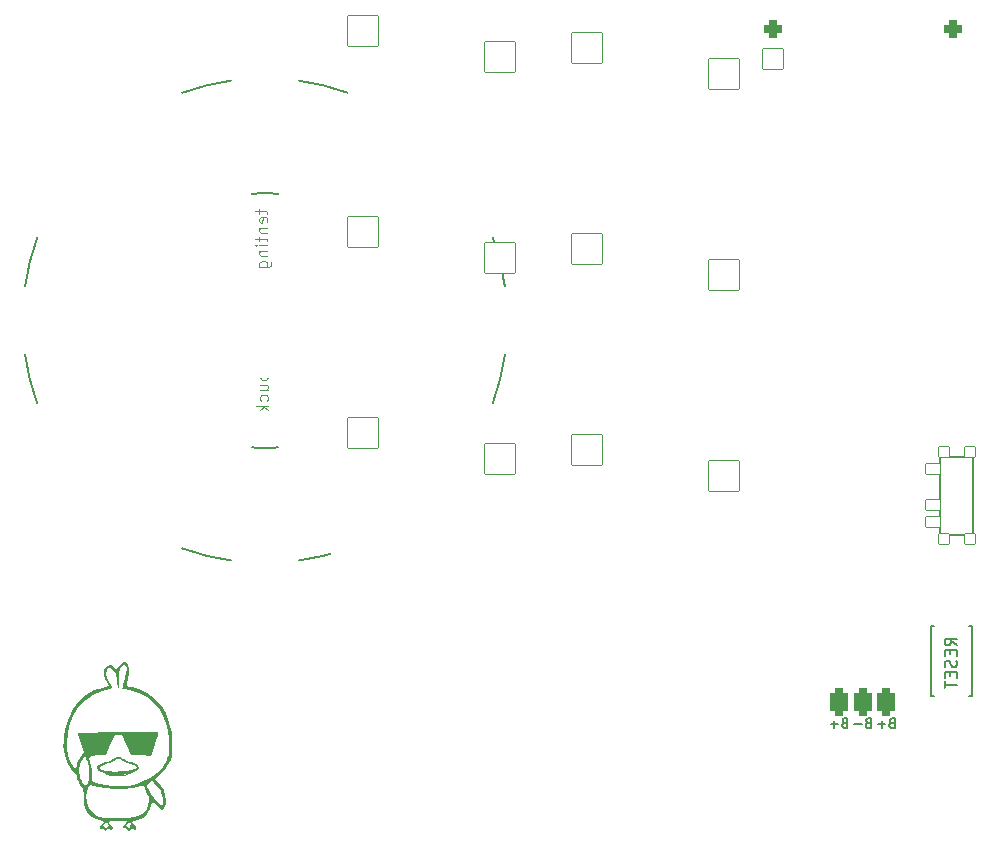
<source format=gbo>
%TF.GenerationSoftware,KiCad,Pcbnew,(6.0.4-0)*%
%TF.CreationDate,2022-04-27T15:29:03+02:00*%
%TF.ProjectId,duck-shorter-thumb,6475636b-2d73-4686-9f72-7465722d7468,v1.0.0*%
%TF.SameCoordinates,Original*%
%TF.FileFunction,Legend,Bot*%
%TF.FilePolarity,Positive*%
%FSLAX46Y46*%
G04 Gerber Fmt 4.6, Leading zero omitted, Abs format (unit mm)*
G04 Created by KiCad (PCBNEW (6.0.4-0)) date 2022-04-27 15:29:03*
%MOMM*%
%LPD*%
G01*
G04 APERTURE LIST*
G04 Aperture macros list*
%AMRoundRect*
0 Rectangle with rounded corners*
0 $1 Rounding radius*
0 $2 $3 $4 $5 $6 $7 $8 $9 X,Y pos of 4 corners*
0 Add a 4 corners polygon primitive as box body*
4,1,4,$2,$3,$4,$5,$6,$7,$8,$9,$2,$3,0*
0 Add four circle primitives for the rounded corners*
1,1,$1+$1,$2,$3*
1,1,$1+$1,$4,$5*
1,1,$1+$1,$6,$7*
1,1,$1+$1,$8,$9*
0 Add four rect primitives between the rounded corners*
20,1,$1+$1,$2,$3,$4,$5,0*
20,1,$1+$1,$4,$5,$6,$7,0*
20,1,$1+$1,$6,$7,$8,$9,0*
20,1,$1+$1,$8,$9,$2,$3,0*%
G04 Aperture macros list end*
%ADD10C,0.150000*%
%ADD11C,0.100000*%
%ADD12C,0.200000*%
%ADD13RoundRect,0.375000X-0.375000X-0.750000X0.375000X-0.750000X0.375000X0.750000X-0.375000X0.750000X0*%
%ADD14R,1.752600X1.752600*%
%ADD15C,1.752600*%
%ADD16RoundRect,0.375000X-0.375000X-0.375000X0.375000X-0.375000X0.375000X0.375000X-0.375000X0.375000X0*%
%ADD17RoundRect,0.425000X-0.375000X-0.750000X0.375000X-0.750000X0.375000X0.750000X-0.375000X0.750000X0*%
%ADD18C,2.100000*%
%ADD19C,3.100000*%
%ADD20C,1.801800*%
%ADD21C,3.529000*%
%ADD22RoundRect,0.050000X-1.054507X-1.505993X1.505993X-1.054507X1.054507X1.505993X-1.505993X1.054507X0*%
%ADD23C,2.132000*%
%ADD24RoundRect,0.050000X-1.181751X-1.408356X1.408356X-1.181751X1.181751X1.408356X-1.408356X1.181751X0*%
%ADD25RoundRect,0.050000X-1.300000X-1.300000X1.300000X-1.300000X1.300000X1.300000X-1.300000X1.300000X0*%
%ADD26RoundRect,0.050000X-1.775833X-0.475833X0.475833X-1.775833X1.775833X0.475833X-0.475833X1.775833X0*%
%ADD27RoundRect,0.050000X-0.450000X0.450000X-0.450000X-0.450000X0.450000X-0.450000X0.450000X0.450000X0*%
%ADD28C,1.100000*%
%ADD29RoundRect,0.050000X-0.625000X0.450000X-0.625000X-0.450000X0.625000X-0.450000X0.625000X0.450000X0*%
%ADD30RoundRect,0.050000X-0.863113X-1.623279X1.623279X-0.863113X0.863113X1.623279X-1.623279X0.863113X0*%
%ADD31RoundRect,0.050000X-1.592168X-0.919239X0.919239X-1.592168X1.592168X0.919239X-0.919239X1.592168X0*%
%ADD32RoundRect,0.050000X-0.876300X0.876300X-0.876300X-0.876300X0.876300X-0.876300X0.876300X0.876300X0*%
%ADD33C,1.852600*%
%ADD34RoundRect,0.425000X-0.375000X-0.375000X0.375000X-0.375000X0.375000X0.375000X-0.375000X0.375000X0*%
%ADD35C,4.500000*%
G04 APERTURE END LIST*
D10*
%TO.C,PAD1*%
X156849182Y54073625D02*
X156734896Y54035530D01*
X156696801Y53997435D01*
X156658706Y53921244D01*
X156658706Y53806959D01*
X156696801Y53730768D01*
X156734896Y53692673D01*
X156811087Y53654578D01*
X157115848Y53654578D01*
X157115848Y54454578D01*
X156849182Y54454578D01*
X156772991Y54416483D01*
X156734896Y54378387D01*
X156696801Y54302197D01*
X156696801Y54226006D01*
X156734896Y54149816D01*
X156772991Y54111721D01*
X156849182Y54073625D01*
X157115848Y54073625D01*
X156315848Y53959340D02*
X155706325Y53959340D01*
X156011087Y53654578D02*
X156011087Y54264102D01*
X152849182Y54073625D02*
X152734896Y54035530D01*
X152696801Y53997435D01*
X152658706Y53921244D01*
X152658706Y53806959D01*
X152696801Y53730768D01*
X152734896Y53692673D01*
X152811087Y53654578D01*
X153115848Y53654578D01*
X153115848Y54454578D01*
X152849182Y54454578D01*
X152772991Y54416483D01*
X152734896Y54378387D01*
X152696801Y54302197D01*
X152696801Y54226006D01*
X152734896Y54149816D01*
X152772991Y54111721D01*
X152849182Y54073625D01*
X153115848Y54073625D01*
X152315848Y53959340D02*
X151706325Y53959340D01*
X152011087Y53654578D02*
X152011087Y54264102D01*
X154849182Y54073625D02*
X154734896Y54035530D01*
X154696801Y53997435D01*
X154658706Y53921244D01*
X154658706Y53806959D01*
X154696801Y53730768D01*
X154734896Y53692673D01*
X154811087Y53654578D01*
X155115848Y53654578D01*
X155115848Y54454578D01*
X154849182Y54454578D01*
X154772991Y54416483D01*
X154734896Y54378387D01*
X154696801Y54302197D01*
X154696801Y54226006D01*
X154734896Y54149816D01*
X154772991Y54111721D01*
X154849182Y54073625D01*
X155115848Y54073625D01*
X154315848Y53959340D02*
X153706325Y53959340D01*
%TO.C,B1*%
X162363467Y60641863D02*
X161887277Y60975197D01*
X162363467Y61213292D02*
X161363467Y61213292D01*
X161363467Y60832340D01*
X161411087Y60737102D01*
X161458706Y60689483D01*
X161553944Y60641863D01*
X161696801Y60641863D01*
X161792039Y60689483D01*
X161839658Y60737102D01*
X161887277Y60832340D01*
X161887277Y61213292D01*
X161839658Y60213292D02*
X161839658Y59879959D01*
X162363467Y59737102D02*
X162363467Y60213292D01*
X161363467Y60213292D01*
X161363467Y59737102D01*
X162315848Y59356149D02*
X162363467Y59213292D01*
X162363467Y58975197D01*
X162315848Y58879959D01*
X162268229Y58832340D01*
X162172991Y58784721D01*
X162077753Y58784721D01*
X161982515Y58832340D01*
X161934896Y58879959D01*
X161887277Y58975197D01*
X161839658Y59165673D01*
X161792039Y59260911D01*
X161744420Y59308530D01*
X161649182Y59356149D01*
X161553944Y59356149D01*
X161458706Y59308530D01*
X161411087Y59260911D01*
X161363467Y59165673D01*
X161363467Y58927578D01*
X161411087Y58784721D01*
X161839658Y58356149D02*
X161839658Y58022816D01*
X162363467Y57879959D02*
X162363467Y58356149D01*
X161363467Y58356149D01*
X161363467Y57879959D01*
X161363467Y57594244D02*
X161363467Y57022816D01*
X162363467Y57308530D02*
X161363467Y57308530D01*
D11*
%TO.C,REF\u002A\u002A*%
X103328934Y97562927D02*
X103328934Y97181974D01*
X102995600Y97420069D02*
X103852743Y97420069D01*
X103947981Y97372450D01*
X103995600Y97277212D01*
X103995600Y97181974D01*
X103947981Y96467688D02*
X103995600Y96562927D01*
X103995600Y96753403D01*
X103947981Y96848641D01*
X103852743Y96896260D01*
X103471791Y96896260D01*
X103376553Y96848641D01*
X103328934Y96753403D01*
X103328934Y96562927D01*
X103376553Y96467688D01*
X103471791Y96420069D01*
X103567029Y96420069D01*
X103662267Y96896260D01*
X103328934Y95991498D02*
X103995600Y95991498D01*
X103424172Y95991498D02*
X103376553Y95943879D01*
X103328934Y95848641D01*
X103328934Y95705784D01*
X103376553Y95610546D01*
X103471791Y95562927D01*
X103995600Y95562927D01*
X103328934Y95229593D02*
X103328934Y94848641D01*
X102995600Y95086736D02*
X103852743Y95086736D01*
X103947981Y95039117D01*
X103995600Y94943879D01*
X103995600Y94848641D01*
X103995600Y94515307D02*
X103328934Y94515307D01*
X102995600Y94515307D02*
X103043220Y94562927D01*
X103090839Y94515307D01*
X103043220Y94467688D01*
X102995600Y94515307D01*
X103090839Y94515307D01*
X103328934Y94039117D02*
X103995600Y94039117D01*
X103424172Y94039117D02*
X103376553Y93991498D01*
X103328934Y93896260D01*
X103328934Y93753403D01*
X103376553Y93658165D01*
X103471791Y93610546D01*
X103995600Y93610546D01*
X103328934Y92705784D02*
X104138458Y92705784D01*
X104233696Y92753403D01*
X104281315Y92801022D01*
X104328934Y92896260D01*
X104328934Y93039117D01*
X104281315Y93134355D01*
X103947981Y92705784D02*
X103995600Y92801022D01*
X103995600Y92991498D01*
X103947981Y93086736D01*
X103900362Y93134355D01*
X103805124Y93181974D01*
X103519410Y93181974D01*
X103424172Y93134355D01*
X103376553Y93086736D01*
X103328934Y92991498D01*
X103328934Y92801022D01*
X103376553Y92705784D01*
X103392434Y83608927D02*
X104392434Y83608927D01*
X103440053Y83608927D02*
X103392434Y83513688D01*
X103392434Y83323212D01*
X103440053Y83227974D01*
X103487672Y83180355D01*
X103582910Y83132736D01*
X103868624Y83132736D01*
X103963862Y83180355D01*
X104011481Y83227974D01*
X104059100Y83323212D01*
X104059100Y83513688D01*
X104011481Y83608927D01*
X103392434Y82275593D02*
X104059100Y82275593D01*
X103392434Y82704165D02*
X103916243Y82704165D01*
X104011481Y82656546D01*
X104059100Y82561307D01*
X104059100Y82418450D01*
X104011481Y82323212D01*
X103963862Y82275593D01*
X104011481Y81370831D02*
X104059100Y81466069D01*
X104059100Y81656546D01*
X104011481Y81751784D01*
X103963862Y81799403D01*
X103868624Y81847022D01*
X103582910Y81847022D01*
X103487672Y81799403D01*
X103440053Y81751784D01*
X103392434Y81656546D01*
X103392434Y81466069D01*
X103440053Y81370831D01*
X104059100Y80942260D02*
X103059100Y80942260D01*
X103678148Y80847022D02*
X104059100Y80561307D01*
X103392434Y80561307D02*
X103773386Y80942260D01*
D10*
%TO.C,B1*%
X160161087Y62316483D02*
X160411087Y62316483D01*
X160161087Y56316483D02*
X160161087Y62316483D01*
X163661087Y56316483D02*
X163411087Y56316483D01*
X163411087Y62316483D02*
X163661087Y62316483D01*
X163661087Y62316483D02*
X163661087Y56316483D01*
X160411087Y56316483D02*
X160161087Y56316483D01*
%TO.C,T2*%
X163761087Y71366483D02*
X163761087Y75266483D01*
X160911087Y70016483D02*
X163761087Y70016483D01*
X163761087Y76616483D02*
X160911087Y76616483D01*
X160911087Y76616483D02*
X160911087Y70016483D01*
X163761087Y73316483D02*
X163761087Y76616483D01*
X163761087Y73316483D02*
X163761087Y70016483D01*
D12*
%TO.C,REF\u002A\u002A*%
X103797220Y77346426D02*
G75*
G03*
X104925605Y77405563I0J10794901D01*
G01*
X84511085Y95149471D02*
G75*
G03*
X83477220Y90998927I19286255J-7008074D01*
G01*
X104925605Y98877290D02*
G75*
G03*
X103797220Y98936427I-1128385J-10735763D01*
G01*
X102668835Y77405563D02*
G75*
G03*
X103797220Y77346427I1128379J10735785D01*
G01*
X110805269Y107427560D02*
G75*
G03*
X106654720Y108461427I-7008049J-19286133D01*
G01*
X123083354Y81133379D02*
G75*
G03*
X124117220Y85283927I-19286134J7008048D01*
G01*
X96789175Y68855292D02*
G75*
G03*
X100939720Y67821427I7008045J19286135D01*
G01*
X106654720Y67821427D02*
G75*
G03*
X110805265Y68855292I-2857506J20320019D01*
G01*
X83477219Y85283927D02*
G75*
G03*
X84511085Y81133381I20320001J2857500D01*
G01*
X100939720Y108461428D02*
G75*
G03*
X96789174Y107427562I2857500J-20320001D01*
G01*
X124117220Y90998927D02*
G75*
G03*
X123083354Y95149475I-20320000J-2857500D01*
G01*
X103797220Y98936427D02*
G75*
G03*
X102668835Y98877291I-6J-10794921D01*
G01*
%TO.C,G\u002A\u002A\u002A*%
G36*
X92090151Y49627570D02*
G01*
X91856858Y49563258D01*
X91606747Y49544050D01*
X91270667Y49555225D01*
X90986219Y49576367D01*
X90716312Y49619910D01*
X90580476Y49661218D01*
X91121943Y49661218D01*
X91172212Y49644332D01*
X91355333Y49637727D01*
X91479582Y49640197D01*
X91585956Y49653481D01*
X91545833Y49674419D01*
X91411551Y49688426D01*
X91164833Y49674419D01*
X91121943Y49661218D01*
X90580476Y49661218D01*
X90454058Y49699662D01*
X90336275Y49750486D01*
X91801597Y49750486D01*
X91802908Y49721584D01*
X91912722Y49706018D01*
X91995945Y49719576D01*
X91963875Y49757170D01*
X91914914Y49770698D01*
X91801597Y49750486D01*
X90336275Y49750486D01*
X90147996Y49831729D01*
X89746667Y50032217D01*
X89668282Y50103879D01*
X89592425Y50280900D01*
X89592991Y50288759D01*
X89799283Y50288759D01*
X89857983Y50173540D01*
X90085333Y50063946D01*
X90307118Y50010411D01*
X90683604Y49968327D01*
X91124575Y49954937D01*
X91591166Y49967895D01*
X92044513Y50004850D01*
X92445752Y50063456D01*
X92756017Y50141363D01*
X92936445Y50236223D01*
X92952870Y50257106D01*
X92927648Y50360963D01*
X92745368Y50474542D01*
X92415354Y50591486D01*
X92240003Y50649272D01*
X91952971Y50770367D01*
X91750142Y50888931D01*
X91523133Y51016450D01*
X91238078Y51033650D01*
X90976467Y50886671D01*
X90852165Y50800634D01*
X90595190Y50675590D01*
X90293677Y50565696D01*
X90185675Y50530865D01*
X89908694Y50408302D01*
X89799283Y50288759D01*
X89592991Y50288759D01*
X89600521Y50393243D01*
X89700681Y50507134D01*
X89931092Y50630227D01*
X90037253Y50675334D01*
X90293403Y50762614D01*
X90481004Y50798141D01*
X90508079Y50800318D01*
X90704595Y50871562D01*
X90916560Y51011667D01*
X90965819Y51051487D01*
X91239808Y51197658D01*
X91507205Y51187960D01*
X91805483Y51022867D01*
X91824727Y51009006D01*
X92105319Y50861058D01*
X92401455Y50772737D01*
X92521155Y50750092D01*
X92839092Y50637187D01*
X93054233Y50476210D01*
X93133333Y50289127D01*
X93129109Y50257106D01*
X93128339Y50251266D01*
X93048156Y50134183D01*
X92852697Y49996498D01*
X92519500Y49821081D01*
X92375777Y49751706D01*
X92301849Y49719576D01*
X92149770Y49653481D01*
X92090151Y49627570D01*
G37*
G36*
X95259442Y46905333D02*
G01*
X95080028Y46693667D01*
X94889847Y46914905D01*
X94698073Y47106204D01*
X94483991Y47273234D01*
X94268316Y47410324D01*
X94167046Y47031686D01*
X94089659Y46807333D01*
X93826231Y46382822D01*
X93454214Y46064981D01*
X93000861Y45880708D01*
X92750623Y45812245D01*
X92577737Y45718440D01*
X92565769Y45611711D01*
X92710000Y45485649D01*
X92812742Y45386672D01*
X92838027Y45320075D01*
X92879333Y45211283D01*
X92867101Y45088285D01*
X92797061Y45052079D01*
X92628231Y45125783D01*
X92504914Y45163962D01*
X92424787Y45083450D01*
X92373787Y45001950D01*
X92253044Y44966823D01*
X92151542Y45075644D01*
X92099140Y45135602D01*
X91942532Y45150436D01*
X91859061Y45142079D01*
X91782767Y45206006D01*
X91807863Y45319653D01*
X91976775Y45319653D01*
X92048529Y45326426D01*
X92135489Y45332391D01*
X92230055Y45228474D01*
X92242357Y45187625D01*
X92279397Y45154979D01*
X92330367Y45277285D01*
X92342796Y45313841D01*
X92410581Y45414172D01*
X92510721Y45371053D01*
X92582415Y45325425D01*
X92676964Y45320075D01*
X92665574Y45373346D01*
X92547918Y45462119D01*
X92438257Y45550734D01*
X92364649Y45701812D01*
X92350157Y45792713D01*
X92312119Y45720000D01*
X92237115Y45597619D01*
X92085970Y45436952D01*
X92038370Y45394588D01*
X91976775Y45319653D01*
X91807863Y45319653D01*
X91812613Y45341165D01*
X91948000Y45508333D01*
X92060721Y45628613D01*
X92117333Y45733122D01*
X92098058Y45749097D01*
X91951057Y45777605D01*
X91690892Y45797310D01*
X91355333Y45804667D01*
X90960743Y45795436D01*
X90703987Y45761712D01*
X90593063Y45696462D01*
X90616460Y45592668D01*
X90762667Y45443312D01*
X90872249Y45318914D01*
X90895969Y45259995D01*
X90932000Y45170496D01*
X90876192Y45067763D01*
X90749393Y45049312D01*
X90632536Y45132400D01*
X90574992Y45161809D01*
X90463905Y45068900D01*
X90453052Y45054460D01*
X90347871Y44966615D01*
X90243433Y45021500D01*
X90175286Y45071084D01*
X89983733Y45127333D01*
X89929490Y45133637D01*
X89840726Y45215190D01*
X89861931Y45331615D01*
X90042325Y45331615D01*
X90101196Y45329547D01*
X90187380Y45333538D01*
X90273434Y45228474D01*
X90285393Y45177281D01*
X90322678Y45140838D01*
X90397544Y45250334D01*
X90432231Y45306915D01*
X90518980Y45368307D01*
X90648640Y45295229D01*
X90710894Y45250200D01*
X90725299Y45259995D01*
X90625277Y45383896D01*
X90485462Y45567764D01*
X90399127Y45720000D01*
X90398865Y45720718D01*
X90360071Y45797530D01*
X90346018Y45709160D01*
X90292576Y45580603D01*
X90148833Y45429234D01*
X90129500Y45414616D01*
X90042325Y45331615D01*
X89861931Y45331615D01*
X89865276Y45349982D01*
X90000667Y45485649D01*
X90091006Y45551564D01*
X90161167Y45676732D01*
X90066699Y45776951D01*
X89810167Y45847352D01*
X89797828Y45849377D01*
X89321255Y46011629D01*
X88920784Y46311861D01*
X88631089Y46724285D01*
X88547814Y46918086D01*
X88483345Y47159840D01*
X88453408Y47456258D01*
X88448903Y47864280D01*
X88448860Y47901843D01*
X88669666Y47901843D01*
X88703855Y47378080D01*
X88863259Y46906486D01*
X89135834Y46517674D01*
X89509535Y46242256D01*
X89547740Y46223624D01*
X89736097Y46145150D01*
X89940546Y46090693D01*
X90199395Y46054516D01*
X90550955Y46030884D01*
X91033535Y46014059D01*
X91604697Y46005675D01*
X92223194Y46023676D01*
X92711581Y46080229D01*
X93090819Y46181432D01*
X93381870Y46333383D01*
X93605694Y46542178D01*
X93783254Y46813915D01*
X93884529Y47050475D01*
X93966471Y47430221D01*
X93955436Y47779890D01*
X93848576Y48045717D01*
X93833639Y48066821D01*
X93726099Y48276554D01*
X93636048Y48533628D01*
X93578673Y48712155D01*
X93506930Y48800658D01*
X93404947Y48778602D01*
X93384596Y48769158D01*
X93206335Y48709770D01*
X92924680Y48633483D01*
X92590784Y48554382D01*
X92525628Y48540603D01*
X91826584Y48453659D01*
X91062673Y48450520D01*
X90306225Y48528041D01*
X89629571Y48683080D01*
X89337909Y48766803D01*
X89078710Y48800246D01*
X88912449Y48736468D01*
X88804247Y48558916D01*
X88719226Y48251036D01*
X88669666Y47901843D01*
X88448860Y47901843D01*
X88448570Y48157704D01*
X88433264Y48435229D01*
X88397135Y48592581D01*
X88336186Y48657889D01*
X88292845Y48685392D01*
X88163348Y48841409D01*
X88030098Y49072370D01*
X87926010Y49316190D01*
X87884000Y49510787D01*
X87877492Y49551718D01*
X87786503Y49725426D01*
X87622447Y49916326D01*
X87466162Y50086417D01*
X88083034Y50086417D01*
X88137891Y49530457D01*
X88172798Y49410235D01*
X88293625Y49134049D01*
X88433471Y48938144D01*
X88631612Y48752000D01*
X88784621Y48985520D01*
X88791980Y48997211D01*
X88884587Y49257259D01*
X88932045Y49618011D01*
X88933874Y50020552D01*
X88889593Y50405965D01*
X88798723Y50715333D01*
X88784513Y50746852D01*
X88680312Y50990303D01*
X88606909Y51181000D01*
X88593108Y51218654D01*
X88546548Y51273984D01*
X88475508Y51214714D01*
X88352074Y51023603D01*
X88175494Y50629602D01*
X88083034Y50086417D01*
X87466162Y50086417D01*
X87391662Y50167498D01*
X87046687Y50728695D01*
X86828912Y51387274D01*
X86740310Y52131605D01*
X86751634Y52349453D01*
X87037333Y52349453D01*
X87051598Y51916053D01*
X87132256Y51369611D01*
X87296742Y50893902D01*
X87559358Y50436515D01*
X87771877Y50123765D01*
X87914579Y50637039D01*
X87972624Y50817483D01*
X88120243Y51145386D01*
X88282024Y51375054D01*
X88506766Y51599797D01*
X88227747Y52389373D01*
X88150937Y52612082D01*
X88054480Y52911971D01*
X87995123Y53124433D01*
X87983469Y53213691D01*
X87993327Y53216156D01*
X88129931Y53225891D01*
X88412109Y53237554D01*
X88821589Y53250639D01*
X89340102Y53264643D01*
X89949378Y53279060D01*
X90631145Y53293386D01*
X91367135Y53307118D01*
X92255177Y53321149D01*
X93039608Y53329805D01*
X93668620Y53331980D01*
X94149312Y53327606D01*
X94488786Y53316614D01*
X94694143Y53298938D01*
X94772483Y53274508D01*
X94767050Y53168229D01*
X94709196Y52937387D01*
X94608276Y52617411D01*
X94474266Y52242808D01*
X94119625Y51302404D01*
X93267568Y51326369D01*
X92415512Y51350333D01*
X91721764Y53043667D01*
X91061220Y53043667D01*
X90714393Y52197000D01*
X90367567Y51350333D01*
X89624569Y51325736D01*
X89581125Y51324380D01*
X89251435Y51316045D01*
X89046381Y51294134D01*
X88947795Y51228177D01*
X88937510Y51087705D01*
X88997359Y50842247D01*
X89109173Y50461333D01*
X89177659Y50153477D01*
X89180290Y50020552D01*
X89189460Y49557344D01*
X89136032Y49119020D01*
X89716516Y48933069D01*
X89841603Y48896360D01*
X90369152Y48790313D01*
X90973967Y48726463D01*
X91596441Y48707253D01*
X92176969Y48735128D01*
X92655943Y48812532D01*
X92706688Y48829326D01*
X93811494Y48829326D01*
X93850368Y48650301D01*
X93978490Y48361811D01*
X94168946Y48035634D01*
X94393603Y47719169D01*
X94624329Y47459817D01*
X94656620Y47430221D01*
X94829582Y47271693D01*
X95003381Y47129176D01*
X95095814Y47074667D01*
X95119990Y47087971D01*
X95156983Y47216558D01*
X95164551Y47442068D01*
X95145264Y47715410D01*
X95101694Y47987490D01*
X95036409Y48209213D01*
X94983846Y48317075D01*
X94810897Y48591777D01*
X94605022Y48852562D01*
X94437735Y49031678D01*
X94314785Y49124283D01*
X94204974Y49127257D01*
X94056613Y49060169D01*
X94044045Y49053534D01*
X93879054Y48935990D01*
X93811494Y48829326D01*
X92706688Y48829326D01*
X93345072Y49040600D01*
X94037636Y49392478D01*
X94638727Y49832535D01*
X95123451Y50342255D01*
X95466911Y50903122D01*
X95546050Y51083499D01*
X95632071Y51325438D01*
X95680933Y51568424D01*
X95702355Y51868489D01*
X95706059Y52281667D01*
X95693847Y52699333D01*
X95604551Y53426649D01*
X95415106Y54106223D01*
X95109351Y54806437D01*
X94904161Y55171778D01*
X94429924Y55784119D01*
X93852712Y56266115D01*
X93164860Y56623495D01*
X92358703Y56861985D01*
X92308022Y56872616D01*
X92016096Y56936566D01*
X91804460Y56987479D01*
X91715967Y57015145D01*
X91713630Y57022716D01*
X91739213Y57134187D01*
X91810757Y57327500D01*
X91886846Y57539207D01*
X91984172Y57898858D01*
X92055789Y58267712D01*
X92091429Y58589494D01*
X92080827Y58807926D01*
X92019249Y58938007D01*
X91857400Y59012667D01*
X91828545Y59010770D01*
X91662876Y58905839D01*
X91540976Y58646886D01*
X91465724Y58242946D01*
X91440000Y57703053D01*
X91433060Y57388386D01*
X91411015Y57130475D01*
X91380090Y57000986D01*
X91346732Y57009934D01*
X91317386Y57167336D01*
X91298501Y57483209D01*
X91271962Y57785990D01*
X91168895Y58198090D01*
X91003192Y58513086D01*
X90789296Y58696561D01*
X90696143Y58729953D01*
X90519528Y58709447D01*
X90415656Y58540138D01*
X90381667Y58218676D01*
X90429683Y57882479D01*
X90607334Y57560621D01*
X90744157Y57372524D01*
X90855912Y57157979D01*
X90831634Y57017781D01*
X90660337Y56923552D01*
X90331037Y56846916D01*
X89974894Y56762944D01*
X89250956Y56473262D01*
X88613053Y56048956D01*
X88070423Y55502637D01*
X87632300Y54846916D01*
X87307920Y54094405D01*
X87106519Y53257713D01*
X87037333Y52349453D01*
X86751634Y52349453D01*
X86782854Y52950057D01*
X86958516Y53830998D01*
X87174637Y54484422D01*
X87560594Y55256015D01*
X88051518Y55909912D01*
X88638665Y56436989D01*
X89313291Y56828122D01*
X90066652Y57074187D01*
X90280479Y57121611D01*
X90486705Y57170687D01*
X90576352Y57196777D01*
X90573828Y57217299D01*
X90509179Y57340230D01*
X90385852Y57532889D01*
X90247409Y57795491D01*
X90164290Y58171560D01*
X90207669Y58522480D01*
X90377818Y58804849D01*
X90497321Y58916981D01*
X90644764Y58996560D01*
X90794198Y58957237D01*
X91004308Y58798407D01*
X91258941Y58584147D01*
X91370637Y58816498D01*
X91502017Y59002620D01*
X91709381Y59176116D01*
X91843944Y59243239D01*
X91971315Y59248022D01*
X92111548Y59144903D01*
X92209675Y59005694D01*
X92281521Y58691329D01*
X92265796Y58264949D01*
X92161780Y57746604D01*
X92114589Y57550014D01*
X92078996Y57339930D01*
X92083079Y57240699D01*
X92152549Y57211120D01*
X92349183Y57156755D01*
X92619750Y57096064D01*
X93106798Y56964555D01*
X93818391Y56638224D01*
X94440856Y56178241D01*
X94967025Y55595014D01*
X95389730Y54898953D01*
X95701804Y54100466D01*
X95896078Y53209961D01*
X95962260Y52281667D01*
X95965384Y52237846D01*
X95965914Y51982525D01*
X95959961Y51628150D01*
X95938003Y51369785D01*
X95891675Y51160285D01*
X95812614Y50952507D01*
X95692459Y50699309D01*
X95433312Y50261863D01*
X94956756Y49716888D01*
X94498261Y49297850D01*
X94754885Y49054092D01*
X94995219Y48770123D01*
X95212833Y48378525D01*
X95357385Y47956541D01*
X95419553Y47543879D01*
X95411282Y47442068D01*
X95390013Y47180241D01*
X95259442Y46905333D01*
G37*
%TD*%
D13*
%TO.C,PAD1*%
X152411087Y55816483D03*
X156411087Y55816483D03*
X154411087Y55816483D03*
%TD*%
D14*
%TO.C,MCU1*%
X146791087Y110286483D03*
D15*
X146791087Y107746483D03*
X146791087Y105206483D03*
X146791087Y102666483D03*
X146791087Y100126483D03*
X146791087Y97586483D03*
X146791087Y95046483D03*
X146791087Y92506483D03*
X146791087Y89966483D03*
X146791087Y87426483D03*
X146791087Y84886483D03*
X146791087Y82346483D03*
X162031087Y110286483D03*
X162031087Y107746483D03*
X162031087Y105206483D03*
X162031087Y102666483D03*
X162031087Y100126483D03*
X162031087Y97586483D03*
X162031087Y95046483D03*
X162031087Y92506483D03*
X162031087Y89966483D03*
X162031087Y87426483D03*
X162031087Y84886483D03*
X162031087Y82346483D03*
D16*
X146791087Y112826483D03*
X162031087Y112826483D03*
%TD*%
%LPC*%
D17*
%TO.C,PAD1*%
X152411087Y55816483D03*
X156411087Y55816483D03*
X154411087Y55816483D03*
%TD*%
D18*
%TO.C,B1*%
X161911087Y56066483D03*
X161911087Y62566483D03*
%TD*%
D19*
%TO.C,S11*%
X75659968Y109306337D03*
X70353903Y110604673D03*
X70353903Y110604673D03*
D20*
X65970667Y103790002D03*
D19*
X65811891Y107569855D03*
D21*
X71387110Y104745067D03*
D20*
X76803553Y105700132D03*
D22*
X67128658Y110035975D03*
X78885213Y109875035D03*
%TD*%
D20*
%TO.C,S34*%
X154074622Y38610213D03*
D21*
X149311482Y41360213D03*
D20*
X144548342Y44110213D03*
D23*
X143081355Y40569316D03*
X151741609Y35569316D03*
X146361482Y36250663D03*
X146361482Y36250663D03*
%TD*%
D21*
%TO.C,S15*%
X94221643Y97114167D03*
D20*
X99700714Y97593524D03*
D19*
X98875782Y101285676D03*
X93703066Y103041525D03*
X93703066Y103041525D03*
X88913835Y100414118D03*
D20*
X88742572Y96634810D03*
D24*
X90440529Y102756090D03*
X102138320Y101571111D03*
%TD*%
D19*
%TO.C,S21*%
X115411087Y95636017D03*
D20*
X109911087Y89686017D03*
D19*
X115411087Y95636017D03*
X120411087Y93436017D03*
D20*
X120911087Y89686017D03*
D19*
X110411087Y93436017D03*
D21*
X115411087Y89686017D03*
D25*
X112136087Y95636017D03*
X123686087Y93436017D03*
%TD*%
D20*
%TO.C,S8*%
X71874705Y70306538D03*
X82707591Y72216668D03*
D21*
X77291148Y71261603D03*
D23*
X73026972Y66651093D03*
X82875050Y68387574D03*
X78315672Y65451237D03*
X78315672Y65451237D03*
%TD*%
D21*
%TO.C,S14*%
X95703291Y80178857D03*
D20*
X101182362Y80658214D03*
X90224220Y79699500D03*
D23*
X91053509Y75957538D03*
X101015456Y76829096D03*
X96217510Y74301308D03*
X96217510Y74301308D03*
%TD*%
D21*
%TO.C,S20*%
X115411087Y72686017D03*
D20*
X109911087Y72686017D03*
X120911087Y72686017D03*
D23*
X120411087Y68886017D03*
X110411087Y68886017D03*
X115411087Y66786017D03*
X115411087Y66786017D03*
%TD*%
D20*
%TO.C,S28*%
X128877759Y88246289D03*
X139877759Y88246289D03*
D21*
X134377759Y88246289D03*
D23*
X129377759Y84446289D03*
X139377759Y84446289D03*
X134377759Y82346289D03*
X134377759Y82346289D03*
%TD*%
D21*
%TO.C,S26*%
X134377759Y71246289D03*
D20*
X128877759Y71246289D03*
X139877759Y71246289D03*
D23*
X129377759Y67446289D03*
X139377759Y67446289D03*
X134377759Y65346289D03*
X134377759Y65346289D03*
%TD*%
D19*
%TO.C,S29*%
X134377759Y111196289D03*
X134377759Y111196289D03*
D20*
X139877759Y105246289D03*
D21*
X134377759Y105246289D03*
D19*
X139377759Y108996289D03*
X129377759Y108996289D03*
D20*
X128877759Y105246289D03*
D25*
X131102759Y111196289D03*
X142652759Y108996289D03*
%TD*%
D21*
%TO.C,S33*%
X149311482Y41360213D03*
D19*
X152286482Y46513064D03*
X146856355Y47107808D03*
D20*
X144548342Y44110213D03*
D19*
X152286482Y46513064D03*
X155516609Y42107808D03*
D20*
X154074622Y38610213D03*
D26*
X149450249Y48150564D03*
X158352842Y40470308D03*
%TD*%
D19*
%TO.C,S7*%
X71715929Y74086391D03*
X81564006Y75822873D03*
X76257941Y77121209D03*
D20*
X71874705Y70306538D03*
D19*
X76257941Y77121209D03*
D20*
X82707591Y72216668D03*
D21*
X77291148Y71261603D03*
D22*
X73032696Y76552511D03*
X84789251Y76391571D03*
%TD*%
D20*
%TO.C,S2*%
X57770005Y47649137D03*
D21*
X63029681Y49257181D03*
D20*
X68289357Y50865225D03*
D23*
X59359170Y44161364D03*
X68922217Y47085081D03*
X64754674Y43614983D03*
X64754674Y43614983D03*
%TD*%
D27*
%TO.C,T2*%
X163511087Y69616483D03*
X163511087Y77016483D03*
X161311087Y69616483D03*
X161311087Y77016483D03*
D28*
X162411087Y74816483D03*
X162411087Y71816483D03*
D29*
X160336087Y75566483D03*
X160336087Y72566483D03*
X160336087Y71066483D03*
%TD*%
D20*
%TO.C,S1*%
X68289357Y50865225D03*
D19*
X66714811Y54305182D03*
X61290069Y54947194D03*
X61290069Y54947194D03*
D21*
X63029681Y49257181D03*
D19*
X57151763Y51381465D03*
D20*
X57770005Y47649137D03*
D30*
X58158171Y53989677D03*
X69846709Y55262700D03*
%TD*%
D21*
%TO.C,S5*%
X53089043Y81771543D03*
D20*
X58348719Y83379587D03*
D19*
X51349431Y87461556D03*
X51349431Y87461556D03*
D20*
X47829367Y80163499D03*
D19*
X47211125Y83895827D03*
X56774173Y86819544D03*
D30*
X48217533Y86504039D03*
X59906071Y87777062D03*
%TD*%
D19*
%TO.C,S27*%
X129377759Y91996289D03*
D20*
X139877759Y88246289D03*
D21*
X134377759Y88246289D03*
D19*
X139377759Y91996289D03*
X134377759Y94196289D03*
X134377759Y94196289D03*
D20*
X128877759Y88246289D03*
D25*
X131102759Y94196289D03*
X142652759Y91996289D03*
%TD*%
D19*
%TO.C,S9*%
X68763910Y90828123D03*
D21*
X74339129Y88003335D03*
D19*
X73305922Y93862941D03*
X78611987Y92564605D03*
D20*
X68922686Y87048270D03*
D19*
X73305922Y93862941D03*
D20*
X79755572Y88958400D03*
D22*
X70080677Y93294243D03*
X81837232Y93133303D03*
%TD*%
D20*
%TO.C,S16*%
X99700714Y97593524D03*
D21*
X94221643Y97114167D03*
D20*
X88742572Y96634810D03*
D23*
X99533808Y93764406D03*
X89571861Y92892848D03*
X94735862Y91236618D03*
X94735862Y91236618D03*
%TD*%
D20*
%TO.C,S30*%
X139877759Y105246289D03*
X128877759Y105246289D03*
D21*
X134377759Y105246289D03*
D23*
X139377759Y101446289D03*
X129377759Y101446289D03*
X134377759Y99346289D03*
X134377759Y99346289D03*
%TD*%
D20*
%TO.C,S13*%
X90224220Y79699500D03*
X101182362Y80658214D03*
D21*
X95703291Y80178857D03*
D19*
X95184714Y86106215D03*
X100357430Y84350366D03*
X95184714Y86106215D03*
X90395483Y83478808D03*
D24*
X91922177Y85820780D03*
X103619968Y84635801D03*
%TD*%
D20*
%TO.C,S24*%
X109911087Y106686017D03*
X120911087Y106686017D03*
D21*
X115411087Y106686017D03*
D23*
X110411087Y102886017D03*
X120411087Y102886017D03*
X115411087Y100786017D03*
X115411087Y100786017D03*
%TD*%
D20*
%TO.C,S17*%
X87260925Y113570120D03*
D21*
X92739996Y114049477D03*
D20*
X98219067Y114528834D03*
D19*
X87432188Y117349428D03*
X97394135Y118220986D03*
X92221419Y119976835D03*
X92221419Y119976835D03*
D24*
X88958882Y119691400D03*
X100656673Y118506421D03*
%TD*%
D20*
%TO.C,S4*%
X52799686Y63906318D03*
X63319038Y67122406D03*
D21*
X58059362Y65514362D03*
D23*
X54388851Y60418545D03*
X63951898Y63342262D03*
X59784355Y59872164D03*
X59784355Y59872164D03*
%TD*%
D20*
%TO.C,S10*%
X79755572Y88958400D03*
X68922686Y87048270D03*
D21*
X74339129Y88003335D03*
D23*
X70074953Y83392825D03*
X79923031Y85129306D03*
X75363653Y82192969D03*
X75363653Y82192969D03*
%TD*%
D20*
%TO.C,S22*%
X109911087Y89686017D03*
X120911087Y89686017D03*
D21*
X115411087Y89686017D03*
D23*
X110411087Y85886017D03*
X120411087Y85886017D03*
X115411087Y83786017D03*
X115411087Y83786017D03*
%TD*%
D21*
%TO.C,S31*%
X130773883Y49038738D03*
D20*
X125461291Y50462243D03*
D19*
X132313856Y54785997D03*
X136574084Y51366865D03*
X132313856Y54785997D03*
X126914825Y53955055D03*
D20*
X136086475Y47615233D03*
D31*
X129150449Y55633629D03*
X139737491Y50519232D03*
%TD*%
D32*
%TO.C,MCU1*%
X146791087Y110286483D03*
D33*
X146791087Y107746483D03*
X146791087Y105206483D03*
X146791087Y102666483D03*
X146791087Y100126483D03*
X146791087Y97586483D03*
X146791087Y95046483D03*
X146791087Y92506483D03*
X146791087Y89966483D03*
X146791087Y87426483D03*
X146791087Y84886483D03*
X146791087Y82346483D03*
X162031087Y110286483D03*
X162031087Y107746483D03*
X162031087Y105206483D03*
X162031087Y102666483D03*
X162031087Y100126483D03*
X162031087Y97586483D03*
X162031087Y95046483D03*
X162031087Y92506483D03*
X162031087Y89966483D03*
X162031087Y87426483D03*
X162031087Y84886483D03*
X162031087Y82346483D03*
D34*
X146791087Y112826483D03*
X162031087Y112826483D03*
%TD*%
D20*
%TO.C,S3*%
X52799686Y63906318D03*
D19*
X52181444Y67638646D03*
D21*
X58059362Y65514362D03*
D19*
X61744492Y70562363D03*
X56319750Y71204375D03*
X56319750Y71204375D03*
D20*
X63319038Y67122406D03*
D30*
X53187852Y70246858D03*
X64876390Y71519881D03*
%TD*%
D20*
%TO.C,S32*%
X136086475Y47615233D03*
D21*
X130773883Y49038738D03*
D20*
X125461291Y50462243D03*
D23*
X134620000Y44074125D03*
X124960741Y46662315D03*
X129246851Y43339776D03*
X129246851Y43339776D03*
%TD*%
D35*
%TO.C,REF\u002A\u002A*%
X84747220Y88141427D03*
X103797220Y69091427D03*
X103797220Y107191427D03*
%TD*%
D21*
%TO.C,S12*%
X71387110Y104745067D03*
D20*
X65970667Y103790002D03*
X76803553Y105700132D03*
D23*
X76971012Y101871038D03*
X67122934Y100134557D03*
X72411634Y98934701D03*
X72411634Y98934701D03*
%TD*%
D21*
%TO.C,S23*%
X115411087Y106686017D03*
D20*
X120911087Y106686017D03*
D19*
X115411087Y112636017D03*
X115411087Y112636017D03*
X110411087Y110436017D03*
X120411087Y110436017D03*
D20*
X109911087Y106686017D03*
D25*
X112136087Y112636017D03*
X123686087Y110436017D03*
%TD*%
D19*
%TO.C,S25*%
X134377759Y77196289D03*
D21*
X134377759Y71246289D03*
D19*
X129377759Y74996289D03*
D20*
X139877759Y71246289D03*
D19*
X134377759Y77196289D03*
X139377759Y74996289D03*
D20*
X128877759Y71246289D03*
D25*
X131102759Y77196289D03*
X142652759Y74996289D03*
%TD*%
D20*
%TO.C,S6*%
X47829367Y80163499D03*
X58348719Y83379587D03*
D21*
X53089043Y81771543D03*
D23*
X49418532Y76675726D03*
X58981579Y79599443D03*
X54814036Y76129345D03*
X54814036Y76129345D03*
%TD*%
D21*
%TO.C,S19*%
X115411087Y72686017D03*
D19*
X115411087Y78636017D03*
X110411087Y76436017D03*
D20*
X120911087Y72686017D03*
X109911087Y72686017D03*
D19*
X120411087Y76436017D03*
X115411087Y78636017D03*
D25*
X112136087Y78636017D03*
X123686087Y76436017D03*
%TD*%
D20*
%TO.C,S18*%
X98219067Y114528834D03*
D21*
X92739996Y114049477D03*
D20*
X87260925Y113570120D03*
D23*
X88090214Y109828158D03*
X98052161Y110699716D03*
X93254215Y108171928D03*
X93254215Y108171928D03*
%TD*%
M02*

</source>
